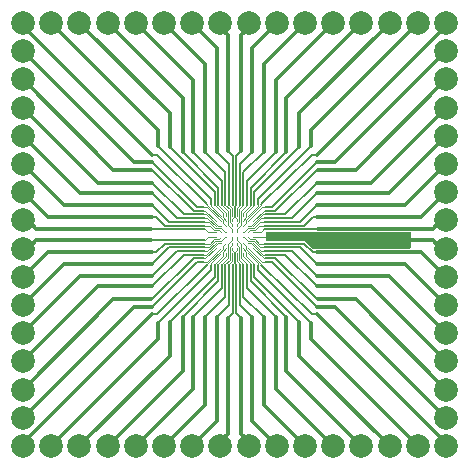
<source format=gtl>
G04*
G04 #@! TF.GenerationSoftware,Altium Limited,Altium Designer,21.8.1 (53)*
G04*
G04 Layer_Physical_Order=1*
G04 Layer_Color=255*
%FSLAX25Y25*%
%MOIN*%
G70*
G04*
G04 #@! TF.SameCoordinates,1A9603C8-DC4E-418C-A41D-35C8E6E290D8*
G04*
G04*
G04 #@! TF.FilePolarity,Positive*
G04*
G01*
G75*
%ADD11C,0.00300*%
%ADD13C,0.00300*%
%ADD14C,0.00600*%
%ADD15C,0.01181*%
%ADD16C,0.01772*%
%ADD17C,0.00591*%
%ADD18C,0.07874*%
G36*
X123889Y97413D02*
X124236Y97344D01*
X155315D01*
Y92323D01*
X154528Y91535D01*
X122638Y91535D01*
X119882Y94291D01*
X106890D01*
Y97441D01*
X123847D01*
X123889Y97413D01*
D02*
G37*
D11*
X93757Y95557D02*
D03*
Y97357D02*
D03*
Y93757D02*
D03*
Y91957D02*
D03*
Y90157D02*
D03*
Y100957D02*
D03*
Y99157D02*
D03*
X91957Y93757D02*
D03*
Y90157D02*
D03*
Y91957D02*
D03*
Y100957D02*
D03*
Y99157D02*
D03*
Y95557D02*
D03*
Y97357D02*
D03*
X90157Y100957D02*
D03*
Y99157D02*
D03*
Y97357D02*
D03*
Y95557D02*
D03*
Y93757D02*
D03*
Y91957D02*
D03*
X97357Y97357D02*
D03*
Y95557D02*
D03*
Y90157D02*
D03*
Y91957D02*
D03*
Y93757D02*
D03*
Y99157D02*
D03*
Y100957D02*
D03*
X99157Y93757D02*
D03*
Y95557D02*
D03*
Y97357D02*
D03*
Y90157D02*
D03*
Y91957D02*
D03*
Y100957D02*
D03*
Y99157D02*
D03*
X100957Y97357D02*
D03*
Y93757D02*
D03*
Y95557D02*
D03*
Y91957D02*
D03*
Y90157D02*
D03*
Y99157D02*
D03*
Y100957D02*
D03*
X102757Y95557D02*
D03*
X95557D02*
D03*
Y100957D02*
D03*
X102757D02*
D03*
X95557Y93757D02*
D03*
X102757D02*
D03*
Y91957D02*
D03*
X95557D02*
D03*
Y90157D02*
D03*
Y97357D02*
D03*
X102757D02*
D03*
X95557Y99157D02*
D03*
X102757D02*
D03*
X93757Y102757D02*
D03*
X91957D02*
D03*
X95557D02*
D03*
X97357D02*
D03*
X99157D02*
D03*
X100957D02*
D03*
D13*
X108380Y95557D02*
X108465Y95472D01*
X102757Y95557D02*
X108380D01*
X102757Y97357D02*
X105404D01*
X106299Y98252D01*
X86614D02*
X87510Y97357D01*
X90157D01*
X87510Y95557D02*
X90157D01*
X86614Y94661D02*
X87510Y95557D01*
X97357Y100957D02*
Y101703D01*
Y99157D02*
Y100108D01*
X97957Y100708D01*
X97357Y97357D02*
Y98308D01*
X99157Y102757D02*
Y103599D01*
X101857Y106299D01*
X104257Y106057D02*
Y106496D01*
X100957Y102757D02*
X104257Y106057D01*
X100357Y103599D02*
X103057Y106299D01*
X97357Y98308D02*
X98557Y99508D01*
X99157Y99157D02*
X100357Y100357D01*
Y101205D01*
X105457Y106305D01*
Y106496D01*
X99157Y100957D02*
X100357Y102157D01*
Y103599D01*
X100957Y100957D02*
X105531Y105531D01*
X106496D01*
X106140Y104340D02*
X106496D01*
X102757Y100957D02*
X106140Y104340D01*
X105798Y103150D02*
X106531D01*
X102757Y99157D02*
X105457Y101857D01*
X106299D01*
X105105Y100657D02*
X106299D01*
X101805Y99157D02*
X105798Y103150D01*
X100957Y99157D02*
X101805D01*
X99157Y97357D02*
X99719D01*
X103005Y98557D02*
X105105Y100657D01*
X100919Y98557D02*
X103005D01*
X104754Y99457D02*
X106299D01*
X103254Y97957D02*
X104754Y99457D01*
X99719Y97357D02*
X100919Y98557D01*
X101557Y97957D02*
X103254D01*
X100957Y97357D02*
X101557Y97957D01*
X97957Y104799D02*
X99457Y106299D01*
X97957Y100708D02*
Y104799D01*
X97357Y105399D02*
X98257Y106299D01*
X98557Y104199D02*
X100657Y106299D01*
X98557Y99508D02*
Y104199D01*
X97357Y102757D02*
Y105399D01*
X95557Y102757D02*
Y105399D01*
X94357Y99508D02*
Y104199D01*
X92257Y106299D02*
X94357Y104199D01*
X94657Y106299D02*
X95557Y105399D01*
X94957Y100708D02*
Y104799D01*
X93457Y106299D02*
X94957Y104799D01*
X91357Y97957D02*
X91957Y97357D01*
X89660Y97957D02*
X91357D01*
X91995Y98557D02*
X93195Y97357D01*
X88160Y99457D02*
X89660Y97957D01*
X86614Y99457D02*
X88160D01*
X89908Y98557D02*
X91995D01*
X87808Y100657D02*
X89908Y98557D01*
X93195Y97357D02*
X93757D01*
X91108Y99157D02*
X91957D01*
X87115Y103150D02*
X91108Y99157D01*
X86614Y100657D02*
X87808D01*
X86614Y101857D02*
X87457D01*
X90157Y99157D01*
X86383Y103150D02*
X87115D01*
X86773Y104340D02*
X90157Y100957D01*
X86417Y104340D02*
X86773D01*
X86417Y105531D02*
X87383D01*
X91957Y100957D01*
X92557Y102157D02*
Y103599D01*
Y102157D02*
X93757Y100957D01*
X87457Y106305D02*
Y106496D01*
Y106305D02*
X92557Y101205D01*
Y100357D02*
Y101205D01*
Y100357D02*
X93757Y99157D01*
X94357Y99508D02*
X95557Y98308D01*
X89857Y106299D02*
X92557Y103599D01*
X88657Y106057D02*
X91957Y102757D01*
X88657Y106057D02*
Y106496D01*
X91057Y106299D02*
X93757Y103599D01*
Y102757D02*
Y103599D01*
X95557Y97357D02*
Y98308D01*
X94957Y100708D02*
X95557Y100108D01*
Y99157D02*
Y100108D01*
Y100957D02*
Y101703D01*
X96757Y102303D02*
X97357Y101703D01*
X96757Y105999D02*
X97057Y106299D01*
X96757Y102303D02*
Y105999D01*
X95857Y106299D02*
X96157Y105999D01*
X95557Y101703D02*
X96157Y102303D01*
Y105999D01*
Y86914D02*
Y90610D01*
X95557Y91211D02*
X96157Y90610D01*
X95857Y86614D02*
X96157Y86914D01*
X96757D02*
Y90610D01*
Y86914D02*
X97057Y86614D01*
X96757Y90610D02*
X97357Y91211D01*
X95557D02*
Y91957D01*
Y92805D02*
Y93757D01*
X94957Y92205D02*
X95557Y92805D01*
Y94605D02*
Y95557D01*
X93757Y89314D02*
Y90157D01*
X91057Y86614D02*
X93757Y89314D01*
X88657Y86417D02*
Y86857D01*
X91957Y90157D01*
X89857Y86614D02*
X92557Y89314D01*
X94357Y93405D02*
X95557Y94605D01*
X92557Y92557D02*
X93757Y93757D01*
X92557Y91708D02*
Y92557D01*
X87457Y86608D02*
X92557Y91708D01*
X87457Y86417D02*
Y86608D01*
X92557Y90757D02*
X93757Y91957D01*
X92557Y89314D02*
Y90757D01*
X87383Y87383D02*
X91957Y91957D01*
X86417Y87383D02*
X87383D01*
X86417Y88573D02*
X86773D01*
X90157Y91957D01*
X86383Y89764D02*
X87115D01*
X87457Y91057D02*
X90157Y93757D01*
X86614Y91057D02*
X87457D01*
X86614Y92257D02*
X87808D01*
X87115Y89764D02*
X91108Y93757D01*
X91957D01*
X93195Y95557D02*
X93757D01*
X87808Y92257D02*
X89908Y94357D01*
X91995D01*
X86614Y93457D02*
X88160D01*
X89660Y94957D01*
X91995Y94357D02*
X93195Y95557D01*
X89660Y94957D02*
X91357D01*
X91957Y95557D01*
X93457Y86614D02*
X94957Y88114D01*
Y92205D01*
X94657Y86614D02*
X95557Y87514D01*
X92257Y86614D02*
X94357Y88714D01*
Y93405D01*
X95557Y87514D02*
Y90157D01*
X97357Y87514D02*
Y90157D01*
X98557Y88714D02*
Y93405D01*
Y88714D02*
X100657Y86614D01*
X97357Y87514D02*
X98257Y86614D01*
X97957Y88114D02*
Y92205D01*
Y88114D02*
X99457Y86614D01*
X100957Y95557D02*
X101557Y94957D01*
X103254D01*
X99719Y95557D02*
X100919Y94357D01*
X103254Y94957D02*
X104754Y93457D01*
X106299D01*
X100919Y94357D02*
X103005D01*
X105105Y92257D01*
X99157Y95557D02*
X99719D01*
X100957Y93757D02*
X101805D01*
X105798Y89764D01*
X105105Y92257D02*
X106299D01*
X105457Y91057D02*
X106299D01*
X102757Y93757D02*
X105457Y91057D01*
X105798Y89764D02*
X106531D01*
X102757Y91957D02*
X106140Y88573D01*
X106496D01*
X105531Y87383D02*
X106496D01*
X100957Y91957D02*
X105531Y87383D01*
X100357Y89314D02*
Y90757D01*
X99157Y91957D02*
X100357Y90757D01*
X105457Y86417D02*
Y86608D01*
X100357Y91708D02*
X105457Y86608D01*
X100357Y91708D02*
Y92557D01*
X99157Y93757D02*
X100357Y92557D01*
X97357Y94605D02*
X98557Y93405D01*
X100357Y89314D02*
X103057Y86614D01*
X100957Y90157D02*
X104257Y86857D01*
Y86417D02*
Y86857D01*
X99157Y89314D02*
X101857Y86614D01*
X99157Y89314D02*
Y90157D01*
X97357Y94605D02*
Y95557D01*
Y92805D02*
X97957Y92205D01*
X97357Y92805D02*
Y93757D01*
Y91211D02*
Y91957D01*
D14*
X106299Y98252D02*
X124236D01*
X98257Y119910D02*
X102362Y124016D01*
X98257Y106299D02*
Y119910D01*
X99457Y117173D02*
X106299Y124016D01*
X122638Y102362D02*
X124016D01*
X97057Y106299D02*
Y122647D01*
X98622Y124213D01*
X99457Y106299D02*
Y117173D01*
X119732Y99457D02*
X122638Y102362D01*
X106299Y99457D02*
X119732D01*
X105457Y106496D02*
X122237Y123031D01*
X124016D01*
X100657Y114436D02*
X110236Y124016D01*
X100657Y106299D02*
Y114436D01*
X115661Y101864D02*
X124016Y110236D01*
X106299Y101857D02*
X115661Y101864D01*
X106299Y100657D02*
X118373D01*
X124016Y106299D01*
X68898D02*
X74540Y100657D01*
X86614D01*
X77252Y101864D02*
X86614Y101857D01*
X68898Y110236D02*
X77252Y101864D01*
X92257Y106299D02*
Y114436D01*
X82677Y124016D02*
X92257Y114436D01*
X68898Y123031D02*
X70676D01*
X87457Y106496D01*
X73181Y99457D02*
X86614D01*
X70276Y102362D02*
X73181Y99457D01*
X68677Y98252D02*
X86614D01*
X93457Y106299D02*
Y117173D01*
X94291Y124213D02*
X95857Y122647D01*
Y106299D02*
Y122647D01*
X68898Y102362D02*
X70276D01*
X86614Y124016D02*
X93457Y117173D01*
X94657Y106299D02*
Y119910D01*
X90551Y124016D02*
X94657Y119910D01*
X90551Y68898D02*
X94657Y73003D01*
Y86614D01*
X86614Y68898D02*
X93457Y75740D01*
X68898Y90551D02*
X70276D01*
X95857Y70266D02*
Y86614D01*
X94291Y68701D02*
X95857Y70266D01*
X93457Y75740D02*
Y86614D01*
X68677Y94661D02*
X86614D01*
X70276Y90551D02*
X73181Y93457D01*
X86614D01*
X70676Y69882D02*
X87457Y86417D01*
X68898Y69882D02*
X70676D01*
X82677Y68898D02*
X92257Y78477D01*
Y86614D01*
X68898Y82677D02*
X77252Y91050D01*
X86614Y91057D01*
X74540Y92257D02*
X86614D01*
X68898Y86614D02*
X74540Y92257D01*
X118373D02*
X124016Y86614D01*
X106299Y92257D02*
X118373D01*
X106299Y91057D02*
X115661Y91050D01*
X124016Y82677D01*
X100657Y78477D02*
Y86614D01*
Y78477D02*
X110236Y68898D01*
X122237Y69882D02*
X124016D01*
X105457Y86417D02*
X122237Y69882D01*
X106299Y93457D02*
X119732D01*
X122638Y90551D01*
X109061Y94661D02*
X124236D01*
X99457Y75740D02*
Y86614D01*
X97057Y70266D02*
X98622Y68701D01*
X97057Y70266D02*
Y86614D01*
X122638Y90551D02*
X124016D01*
X99457Y75740D02*
X106299Y68898D01*
X98257Y73003D02*
Y86614D01*
Y73003D02*
X102362Y68898D01*
D15*
X110236Y147836D02*
X129357Y166957D01*
X118110Y136910D02*
X148157Y166957D01*
X113779Y141980D02*
X138757Y166957D01*
X102362Y158762D02*
X110557Y166957D01*
X106299Y153299D02*
X119957Y166957D01*
X102362Y124016D02*
Y158762D01*
X106299Y124016D02*
Y153299D01*
X113779Y124016D02*
Y141980D01*
X98622Y162902D02*
X101157Y165437D01*
X110236Y124016D02*
Y147836D01*
X98622Y124213D02*
Y162902D01*
X124016Y110236D02*
X147836D01*
X124016Y106299D02*
X153299D01*
X124016Y102362D02*
X158762D01*
X153299Y106299D02*
X166957Y119957D01*
X158762Y102362D02*
X166957Y110557D01*
X141980Y113779D02*
X166957Y138757D01*
X136910Y118110D02*
X166957Y148157D01*
X147836Y110236D02*
X166957Y129357D01*
X124213Y118110D02*
X136910D01*
X122047Y131447D02*
X157557Y166957D01*
X166957Y165972D02*
Y166957D01*
X124016Y123031D02*
X166957Y165972D01*
X130069Y120669D02*
X166957Y157557D01*
X124236Y98252D02*
X162532D01*
X165437Y101157D01*
X123819Y113779D02*
X141980D01*
X165972Y166957D02*
X166957D01*
X122047Y125984D02*
Y131447D01*
X118110Y125683D02*
Y136910D01*
X124016Y120669D02*
X130069D01*
X62844D02*
X68898D01*
X74803Y125683D02*
Y136910D01*
X70866Y125984D02*
Y131447D01*
X25957Y166957D02*
X26941D01*
X50934Y113779D02*
X69095D01*
X27476Y101157D02*
X30381Y98252D01*
X68677D01*
X25957Y157557D02*
X62844Y120669D01*
X25957Y165972D02*
X68898Y123031D01*
X25957Y165972D02*
Y166957D01*
X35357D02*
X70866Y131447D01*
X56003Y118110D02*
X68701D01*
X25957Y129357D02*
X45077Y110236D01*
X25957Y148157D02*
X56003Y118110D01*
X25957Y138757D02*
X50934Y113779D01*
X25957Y110557D02*
X34151Y102362D01*
X25957Y119957D02*
X39614Y106299D01*
X34151Y102362D02*
X68898D01*
X39614Y106299D02*
X68898D01*
X45077Y110236D02*
X68898D01*
X94291Y124213D02*
Y162902D01*
X82677Y124016D02*
Y147836D01*
X91757Y165437D02*
X94291Y162902D01*
X79134Y124016D02*
Y141980D01*
X86614Y124016D02*
Y153299D01*
X90551Y124016D02*
Y158762D01*
X72957Y166957D02*
X86614Y153299D01*
X82357Y166957D02*
X90551Y158762D01*
X54157Y166957D02*
X79134Y141980D01*
X44757Y166957D02*
X74803Y136910D01*
X63557Y166957D02*
X82677Y147836D01*
X63557Y25957D02*
X82677Y45077D01*
X44757Y25957D02*
X74803Y56003D01*
X54157Y25957D02*
X79134Y50934D01*
X82357Y25957D02*
X90551Y34151D01*
X72957Y25957D02*
X86614Y39614D01*
X90551Y34151D02*
Y68898D01*
X86614Y39614D02*
Y68898D01*
X79134Y50934D02*
Y68898D01*
X91757Y27476D02*
X94291Y30011D01*
X82677Y45077D02*
Y68898D01*
X94291Y30011D02*
Y68701D01*
X45077Y82677D02*
X68898D01*
X39614Y86614D02*
X68898D01*
X34151Y90551D02*
X68898D01*
X25957Y72957D02*
X39614Y86614D01*
X25957Y82357D02*
X34151Y90551D01*
X25957Y54157D02*
X50934Y79134D01*
X25957Y44757D02*
X56003Y74803D01*
X25957Y63557D02*
X45077Y82677D01*
X56003Y74803D02*
X68701D01*
X35357Y25957D02*
X70866Y61466D01*
X25957Y25957D02*
Y26941D01*
X68898Y69882D01*
X25957Y35357D02*
X62844Y72244D01*
X30381Y94661D02*
X68677D01*
X27476Y91757D02*
X30381Y94661D01*
X50934Y79134D02*
X69095D01*
X25957Y25957D02*
X26941D01*
X70866Y61466D02*
Y66929D01*
X74803Y56003D02*
Y67230D01*
X62844Y72244D02*
X68898D01*
X124016D02*
X130069D01*
X118110Y56003D02*
Y67230D01*
X122047Y61466D02*
Y66929D01*
X165972Y25957D02*
X166957D01*
X123819Y79134D02*
X141980D01*
X162532Y94661D02*
X165437Y91757D01*
X124236Y94661D02*
X162532D01*
X130069Y72244D02*
X166957Y35357D01*
X124016Y69882D02*
X166957Y26941D01*
Y25957D02*
Y26941D01*
X122047Y61466D02*
X157557Y25957D01*
X124213Y74803D02*
X136910D01*
X147836Y82677D02*
X166957Y63557D01*
X136910Y74803D02*
X166957Y44757D01*
X141980Y79134D02*
X166957Y54157D01*
X158762Y90551D02*
X166957Y82357D01*
X153299Y86614D02*
X166957Y72957D01*
X124016Y90551D02*
X158762D01*
X124016Y86614D02*
X153299D01*
X124016Y82677D02*
X147836D01*
X98622Y30011D02*
Y68701D01*
X110236Y45077D02*
Y68898D01*
X98622Y30011D02*
X101157Y27476D01*
X113779Y50934D02*
Y68898D01*
X106299Y39614D02*
Y68898D01*
X102362Y34151D02*
Y68898D01*
X106299Y39614D02*
X119957Y25957D01*
X102362Y34151D02*
X110557Y25957D01*
X113779Y50934D02*
X138757Y25957D01*
X118110Y56003D02*
X148157Y25957D01*
X110236Y45077D02*
X129357Y25957D01*
D16*
X101157Y165437D02*
Y166957D01*
X165437Y101157D02*
X166957D01*
X25957D02*
X27476D01*
X91757Y165437D02*
Y166957D01*
Y25957D02*
Y27476D01*
X25957Y91757D02*
X27476D01*
X165437D02*
X166957D01*
X101157Y25957D02*
Y27476D01*
D17*
X123819Y118110D02*
X124213D01*
X110049Y104340D02*
X123819Y118110D01*
X106496Y104340D02*
X110049D01*
X104257Y106496D02*
Y108194D01*
X122047Y125984D01*
X108877Y105531D02*
X124016Y120669D01*
X106496Y105531D02*
X108877D01*
X101857Y106299D02*
Y112093D01*
X113779Y124016D01*
X103057Y110630D02*
X118110Y125683D01*
X103057Y110630D02*
X103057D01*
X103057Y106299D02*
Y110630D01*
X113189Y103150D02*
X123819Y113779D01*
X106531Y103150D02*
X113189D01*
X79724D02*
X86383D01*
X69095Y113779D02*
X79724Y103150D01*
X89857Y106299D02*
Y110630D01*
X89857D02*
X89857D01*
X74803Y125683D02*
X89857Y110630D01*
X79134Y124016D02*
X91057Y112093D01*
Y106299D02*
Y112093D01*
X84036Y105531D02*
X86417D01*
X68898Y120669D02*
X84036Y105531D01*
X70866Y125984D02*
X88657Y108194D01*
Y106496D02*
Y108194D01*
X82865Y104340D02*
X86417D01*
X69095Y118110D02*
X82865Y104340D01*
X68701Y118110D02*
X69095D01*
X68701Y74803D02*
X69095D01*
X82865Y88573D01*
X86417D01*
X88657Y84720D02*
Y86417D01*
X70866Y66929D02*
X88657Y84720D01*
X68898Y72244D02*
X84036Y87383D01*
X86417D01*
X91057Y80821D02*
Y86614D01*
X79134Y68898D02*
X91057Y80821D01*
X74803Y67230D02*
X89857Y82284D01*
X89857D01*
Y86614D01*
X69095Y79134D02*
X79724Y89764D01*
X86383D01*
X106531D02*
X113189D01*
X123819Y79134D01*
X103057Y82284D02*
Y86614D01*
Y82284D02*
X103057D01*
X118110Y67230D01*
X101857Y80821D02*
X113779Y68898D01*
X101857Y80821D02*
Y86614D01*
X106496Y87383D02*
X108877D01*
X124016Y72244D01*
X104257Y84720D02*
X122047Y66929D01*
X104257Y84720D02*
Y86417D01*
X106496Y88573D02*
X110049D01*
X123819Y74803D01*
X124213D01*
D18*
X166957Y119957D02*
D03*
Y157557D02*
D03*
Y91757D02*
D03*
Y166957D02*
D03*
Y129357D02*
D03*
Y138757D02*
D03*
Y148157D02*
D03*
Y101157D02*
D03*
Y110557D02*
D03*
Y25957D02*
D03*
Y63557D02*
D03*
Y72957D02*
D03*
Y82357D02*
D03*
Y35357D02*
D03*
Y44757D02*
D03*
Y54157D02*
D03*
X25957Y25957D02*
D03*
X72957D02*
D03*
X35357D02*
D03*
X63557D02*
D03*
X54157D02*
D03*
X44757D02*
D03*
X82357D02*
D03*
X91757D02*
D03*
X129357D02*
D03*
X101157D02*
D03*
X119957D02*
D03*
X110557D02*
D03*
X157557D02*
D03*
X148157D02*
D03*
X138757D02*
D03*
X25957Y119957D02*
D03*
Y157557D02*
D03*
Y91757D02*
D03*
Y166957D02*
D03*
Y129357D02*
D03*
Y138757D02*
D03*
Y148157D02*
D03*
Y101157D02*
D03*
Y110557D02*
D03*
Y35357D02*
D03*
Y44757D02*
D03*
Y54157D02*
D03*
Y63557D02*
D03*
Y72957D02*
D03*
Y82357D02*
D03*
X35357Y166957D02*
D03*
X72957D02*
D03*
X63557D02*
D03*
X54157D02*
D03*
X44757D02*
D03*
X82357D02*
D03*
X157557D02*
D03*
X129357D02*
D03*
X101157D02*
D03*
X91757D02*
D03*
X119957D02*
D03*
X110557D02*
D03*
X148157D02*
D03*
X138757D02*
D03*
M02*

</source>
